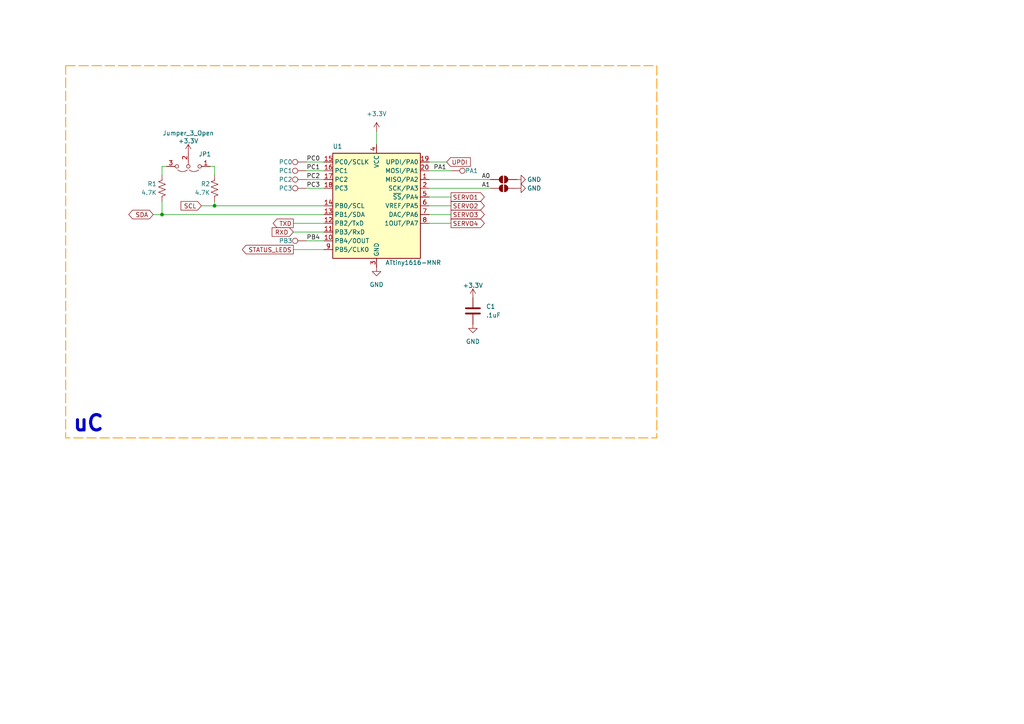
<source format=kicad_sch>
(kicad_sch (version 20250114) (generator "eeschema") (generator_version "9.0")
  (paper "A4")
  (title_block (title "Relay Module") (date "2025-03-22") (rev "1.0") (company "CRG Makes") (comment 1 "Aquarius"))
  (lib_symbols
    (symbol "CRG Makes:ATtiny1616-MNR"
      (property "Reference" "U" (at -12.7 21.59 0))
      (property "Value" "ATtiny1616-MNR" (at 2.54 -10.668 0))
      (symbol "ATtiny1616-MNR_0_1"
        (rectangle (start -12.7 20.32) (end 12.7 -10.16) (stroke (width 0.254)) (fill (type background)))
      )
      (symbol "ATtiny1616-MNR_1_1"
        (pin bidirectional line (at -15.24 17.78 0) (length 2.54) (name "PC0/SCLK") (number "15"))
        (pin bidirectional line (at -15.24 15.24 0) (length 2.54) (name "PC1") (number "16"))
        (pin bidirectional line (at -15.24 12.7 0) (length 2.54) (name "PC2") (number "17"))
        (pin bidirectional line (at -15.24 10.16 0) (length 2.54) (name "PC3") (number "18"))
        (pin bidirectional line (at -15.24 5.08 0) (length 2.54) (name "PB0/SCL") (number "14"))
        (pin bidirectional line (at -15.24 2.54 0) (length 2.54) (name "PB1/SDA") (number "13"))
        (pin bidirectional line (at -15.24 0 0) (length 2.54) (name "PB2/TxD") (number "12"))
        (pin bidirectional line (at -15.24 -2.54 0) (length 2.54) (name "PB3/RxD") (number "11"))
        (pin bidirectional line (at -15.24 -5.08 0) (length 2.54) (name "PB4/0OUT") (number "10"))
        (pin bidirectional line (at -15.24 -7.62 0) (length 2.54) (name "PB5/CLK0") (number "9"))
        (pin power_in line (at 0 22.86 270) (length 2.54) (name "VCC") (number "4"))
        (pin passive line (at 0 -12.7 90) (length 2.54) (hide yes) (name "GND") (number "21"))
        (pin power_in line (at 0 -12.7 90) (length 2.54) (name "GND") (number "3"))
        (pin bidirectional line (at 15.24 17.78 180) (length 2.54) (name "UPDI/PA0") (number "19"))
        (pin bidirectional line (at 15.24 15.24 180) (length 2.54) (name "MOSI/PA1") (number "20"))
        (pin bidirectional line (at 15.24 12.7 180) (length 2.54) (name "MISO/PA2") (number "1"))
        (pin bidirectional line (at 15.24 10.16 180) (length 2.54) (name "SCK/PA3") (number "2"))
        (pin bidirectional line (at 15.24 7.62 180) (length 2.54) (name "~{SS}/PA4") (number "5"))
        (pin bidirectional line (at 15.24 5.08 180) (length 2.54) (name "VREF/PA5") (number "6"))
        (pin bidirectional line (at 15.24 2.54 180) (length 2.54) (name "DAC/PA6") (number "7"))
        (pin bidirectional line (at 15.24 0 180) (length 2.54) (name "1OUT/PA7") (number "8"))
      )
    )
    (symbol "Connector:TestPoint" (pin_numbers (hide yes)) (pin_names (offset 0.762) (hide yes))
      (property "Reference" "TP" (at 0 6.858 0))
      (property "Value" "TestPoint" (at 0 5.08 0))
      (symbol "TestPoint_0_1"
        (circle (center 0 3.302) (radius 0.762))
      )
      (symbol "TestPoint_1_1"
        (pin passive line (at 0 0 90) (length 2.54) (name "1") (number "1"))
      )
    )
    (symbol "Device:C" (pin_numbers (hide yes)) (pin_names (offset 0.254))
      (property "Reference" "C" (at 0.635 2.54 0))
      (property "Value" "C" (at 0.635 -2.54 0))
      (symbol "C_0_1"
        (polyline (pts (xy -2.032 0.762) (xy 2.032 0.762)) (stroke (width 0.508)))
        (polyline (pts (xy -2.032 -0.762) (xy 2.032 -0.762)) (stroke (width 0.508)))
      )
      (symbol "C_1_1"
        (pin passive line (at 0 3.81 270) (length 2.794) (name "~") (number "1"))
        (pin passive line (at 0 -3.81 90) (length 2.794) (name "~") (number "2"))
      )
    )
    (symbol "Device:R_US" (pin_numbers (hide yes)) (pin_names (offset 0))
      (property "Reference" "R" (at 2.54 0 90))
      (property "Value" "R_US" (at -2.54 0 90))
      (symbol "R_US_0_1"
        (polyline (pts (xy 0 2.286) (xy 0 2.54)))
        (polyline (pts (xy 0 2.286) (xy 1.016 1.905) (xy 0 1.524) (xy -1.016 1.143) (xy 0 0.762)))
        (polyline (pts (xy 0 0.762) (xy 1.016 0.381) (xy 0 0) (xy -1.016 -0.381) (xy 0 -0.762)))
        (polyline (pts (xy 0 -0.762) (xy 1.016 -1.143) (xy 0 -1.524) (xy -1.016 -1.905) (xy 0 -2.286)))
        (polyline (pts (xy 0 -2.286) (xy 0 -2.54)))
      )
      (symbol "R_US_1_1"
        (pin passive line (at 0 3.81 270) (length 1.27) (name "~") (number "1"))
        (pin passive line (at 0 -3.81 90) (length 1.27) (name "~") (number "2"))
      )
    )
    (symbol "Jumper:Jumper_3_Open" (pin_names (offset 0) (hide yes)) (in_bom no)
      (property "Reference" "JP" (at -2.54 -2.54 0))
      (property "Value" "Jumper_3_Open" (at 0 2.794 0))
      (symbol "Jumper_3_Open_0_0"
        (circle (center -3.302 0) (radius 0.508))
        (circle (center 0 0) (radius 0.508))
        (circle (center 3.302 0) (radius 0.508))
      )
      (symbol "Jumper_3_Open_0_1"
        (arc (start -3.048 1.016) (mid -1.651 1.4992) (end -0.254 1.016))
        (polyline (pts (xy 0 -0.508) (xy 0 -1.27)))
        (arc (start 0.254 1.016) (mid 1.651 1.4992) (end 3.048 1.016))
      )
      (symbol "Jumper_3_Open_1_1"
        (pin passive line (at -6.35 0 0) (length 2.54) (name "A") (number "1"))
        (pin passive line (at 0 -3.81 90) (length 2.54) (name "C") (number "2"))
        (pin passive line (at 6.35 0 180) (length 2.54) (name "B") (number "3"))
      )
    )
    (symbol "Jumper:SolderJumper_2_Open" (pin_numbers (hide yes)) (pin_names (offset 0) (hide yes)) (in_bom no)
      (property "Reference" "JP" (at 0 2.032 0))
      (property "Value" "SolderJumper_2_Open" (at 0 -2.54 0))
      (symbol "SolderJumper_2_Open_0_1"
        (polyline (pts (xy -0.254 1.016) (xy -0.254 -1.016)))
        (arc (start -0.254 -1.016) (mid -1.2656 0) (end -0.254 1.016))
        (arc (start -0.254 -1.016) (mid -1.2656 0) (end -0.254 1.016) (fill (type outline)))
        (arc (start 0.254 1.016) (mid 1.2656 0) (end 0.254 -1.016))
        (arc (start 0.254 1.016) (mid 1.2656 0) (end 0.254 -1.016) (fill (type outline)))
        (polyline (pts (xy 0.254 1.016) (xy 0.254 -1.016)))
      )
      (symbol "SolderJumper_2_Open_1_1"
        (pin passive line (at -3.81 0 0) (length 2.54) (name "A") (number "1"))
        (pin passive line (at 3.81 0 180) (length 2.54) (name "B") (number "2"))
      )
    )
    (symbol "power:+3.3V" (power) (pin_numbers (hide yes)) (pin_names (offset 0) (hide yes))
      (property "Value" "+3.3V" (at 0 3.556 0))
      (symbol "+3.3V_0_1"
        (polyline (pts (xy -0.762 1.27) (xy 0 2.54)))
        (polyline (pts (xy 0 2.54) (xy 0.762 1.27)))
        (polyline (pts (xy 0 0) (xy 0 2.54)))
      )
      (symbol "+3.3V_1_1"
        (pin power_in line (at 0 0 90) (length 0) (name "~") (number "1"))
      )
    )
    (symbol "power:GND" (power) (pin_numbers (hide yes)) (pin_names (offset 0) (hide yes))
      (property "Value" "GND" (at 0 -3.81 0))
      (symbol "GND_0_1"
        (polyline (pts (xy 0 0) (xy 0 -1.27) (xy 1.27 -1.27) (xy 0 -2.54) (xy -1.27 -1.27) (xy 0 -1.27)))
      )
      (symbol "GND_1_1"
        (pin power_in line (at 0 0 270) (length 0) (name "~") (number "1"))
      )
    )
  )
  (rectangle (start 19.05 19.05) (end 190.5 127) (stroke (width 0.254) (type dash) (color 255 153 0 1)))
  (text "uC" (at 20.828 122.936 0) (effects (font (size 4.445 4.445) (thickness 0.889) (bold yes)) (justify left)))
  (junction (at 46.99 62.23))
  (junction (at 62.23 59.69))
  (wire (pts (xy 60.96 48.26) (xy 62.23 48.26)))
  (wire (pts (xy 130.81 57.15) (xy 124.46 57.15)))
  (wire (pts (xy 88.9 46.99) (xy 93.98 46.99)))
  (wire (pts (xy 46.99 48.26) (xy 46.99 50.8)))
  (wire (pts (xy 130.81 64.77) (xy 124.46 64.77)))
  (wire (pts (xy 62.23 59.69) (xy 93.98 59.69)))
  (wire (pts (xy 130.81 62.23) (xy 124.46 62.23)))
  (wire (pts (xy 88.9 52.07) (xy 93.98 52.07)))
  (wire (pts (xy 62.23 59.69) (xy 62.23 58.42)))
  (wire (pts (xy 124.46 46.99) (xy 129.54 46.99)))
  (wire (pts (xy 130.81 59.69) (xy 124.46 59.69)))
  (wire (pts (xy 62.23 48.26) (xy 62.23 50.8)))
  (wire (pts (xy 46.99 62.23) (xy 93.98 62.23)))
  (wire (pts (xy 44.45 62.23) (xy 46.99 62.23)))
  (wire (pts (xy 85.09 64.77) (xy 93.98 64.77)))
  (wire (pts (xy 124.46 52.07) (xy 142.24 52.07)))
  (wire (pts (xy 58.42 59.69) (xy 62.23 59.69)))
  (wire (pts (xy 88.9 54.61) (xy 93.98 54.61)))
  (wire (pts (xy 48.26 48.26) (xy 46.99 48.26)))
  (wire (pts (xy 88.9 69.85) (xy 93.98 69.85)))
  (wire (pts (xy 88.9 49.53) (xy 93.98 49.53)))
  (wire (pts (xy 46.99 58.42) (xy 46.99 62.23)))
  (wire (pts (xy 124.46 54.61) (xy 142.24 54.61)))
  (wire (pts (xy 109.22 38.1) (xy 109.22 41.91)))
  (wire (pts (xy 85.09 67.31) (xy 93.98 67.31)))
  (wire (pts (xy 85.09 72.39) (xy 93.98 72.39)))
  (wire (pts (xy 130.81 49.53) (xy 124.46 49.53)))
  (label "A0" (at 139.7 52.07 0))
  (label "PC3" (at 88.9 54.61 0))
  (label "PC2" (at 88.9 52.07 0))
  (label "PA1" (at 125.73 49.53 0))
  (label "PB4" (at 88.9 69.85 0))
  (label "A1" (at 139.7 54.61 0))
  (label "PC0" (at 88.9 46.99 0))
  (label "PC1" (at 88.9 49.53 0))
  (global_label "SERVO4" (shape output) (at 130.81 64.77 0) (property "Intersheetrefs" "${INTERSHEET_REFS}" (at 141.0523 64.77 0) (effects (justify left))))
  (global_label "RXD" (shape input) (at 85.09 67.31 180) (property "Intersheetrefs" "${INTERSHEET_REFS}" (at 78.3553 67.31 0) (effects (justify right))))
  (global_label "SERVO3" (shape output) (at 130.81 62.23 0) (property "Intersheetrefs" "${INTERSHEET_REFS}" (at 141.0523 62.23 0) (effects (justify left))))
  (global_label "SERVO1" (shape output) (at 130.81 57.15 0) (property "Intersheetrefs" "${INTERSHEET_REFS}" (at 141.0523 57.15 0) (effects (justify left))))
  (global_label "SDA" (shape bidirectional) (at 44.45 62.23 180) (property "Intersheetrefs" "${INTERSHEET_REFS}" (at 36.7854 62.23 0) (effects (justify right))))
  (global_label "STATUS_LEDS" (shape output) (at 85.09 72.39 180) (property "Intersheetrefs" "${INTERSHEET_REFS}" (at 69.7073 72.39 0) (effects (justify right))))
  (global_label "UPDI" (shape input) (at 129.54 46.99 0) (property "Intersheetrefs" "${INTERSHEET_REFS}" (at 137.0005 46.99 0) (effects (justify left))))
  (global_label "TXD" (shape output) (at 85.09 64.77 180) (property "Intersheetrefs" "${INTERSHEET_REFS}" (at 78.6577 64.77 0) (effects (justify right))))
  (global_label "SCL" (shape input) (at 58.42 59.69 180) (property "Intersheetrefs" "${INTERSHEET_REFS}" (at 51.9272 59.69 0) (effects (justify right))))
  (global_label "SERVO2" (shape output) (at 130.81 59.69 0) (property "Intersheetrefs" "${INTERSHEET_REFS}" (at 141.0523 59.69 0) (effects (justify left))))
  (symbol (lib_id "power:GND") (at 137.16 93.98 0) (unit 1)
    (property "Reference" "#PWR07" (effects (hide yes)))
    (property "Value" "GND" (at 137.16 99.06 0))
    (property "Description" "Power symbol creates a global label with name \"GND\" , ground" (effects (hide yes)))
  )
  (symbol (lib_id "Connector:TestPoint") (at 88.9 54.61 90) (unit 1)
    (property "Reference" "TP14" (effects (hide yes)))
    (property "Value" "PC3" (at 84.836 54.61 90) (effects (justify left)))
    (property "Footprint" "CRGM Mechanical:TestPoint_Pad_D1.0mm" (effects (hide yes)))
    (property "Description" "test point" (effects (hide yes)))
  )
  (symbol (lib_id "power:GND") (at 109.22 77.47 0) (unit 1)
    (property "Reference" "#PWR03" (effects (hide yes)))
    (property "Value" "GND" (at 109.22 82.55 0))
    (property "Description" "Power symbol creates a global label with name \"GND\" , ground" (effects (hide yes)))
  )
  (symbol (lib_id "Jumper:SolderJumper_2_Open") (at 146.05 54.61 0) (mirror y) (unit 1) (in_bom no)
    (property "Reference" "JP3" (effects (hide yes)))
    (property "Value" "A1" (effects (hide yes)))
    (property "Footprint" "CRGM Connector:SolderJumper-2_P1.3mm_Open_RoundedPad1.0x1.5mm" (effects (hide yes)))
    (property "Description" "Solder Jumper, 2-pole, open" (effects (hide yes)))
  )
  (symbol (lib_id "Device:R_US") (at 62.23 54.61 0) (mirror x) (unit 1)
    (property "Reference" "R2" (at 60.96 53.34 0) (effects (justify right)))
    (property "Value" "4.7K" (at 60.96 55.88 0) (effects (justify right)))
    (property "Footprint" "Resistor_SMD:R_0603_1608Metric" (effects (hide yes)))
    (property "Description" "Resistor, US symbol" (effects (hide yes)))
    (property "MPN" "FRC0603J472 TS" (effects (hide yes)))
    (property "LCSC" "C2907166" (effects (hide yes)))
    (property "MN" "FOJAN " (effects (hide yes)))
    (property "Digikey" "541-3993-2-ND" (effects (hide yes)))
    (property "Mouser" "71-CRCW06034K70JNEAC" (effects (hide yes)))
  )
  (symbol (lib_id "CRG Makes:ATtiny1616-MNR") (at 109.22 64.77 0) (unit 1)
    (property "Reference" "U1" (at 96.52 43.18 0) (effects (justify left bottom)))
    (property "Value" "ATtiny1616-MNR" (at 111.76 75.438 0) (effects (justify left top)))
    (property "Footprint" "CRG Makes:VQFN-20-1EP_3x3mm_P0.4mm_EP1.7x1.7mm_ThermalVias" (effects (hide yes)))
    (property "Datasheet" "http://ww1.microchip.com/downloads/en/DeviceDoc/ATtiny3216_ATtiny1616-data-sheet-40001997B.pdf" (effects (hide yes)))
    (property "Description" "20MHz, 16kB Flash, 2kB SRAM, 256B EEPROM, VQFN-20" (effects (hide yes)))
    (property "MN" "Microchip Tech" (effects (hide yes)))
    (property "MPN" "ATTINY1616-MNR" (effects (hide yes)))
    (property "Mouser" "556-ATTINY1616MNR" (effects (hide yes)))
    (property "Digikey" "ATTINY1616-MNRTR-ND" (effects (hide yes)))
    (property "LCSC" "C507118" (effects (hide yes)))
  )
  (symbol (lib_id "Connector:TestPoint") (at 130.81 49.53 270) (unit 1)
    (property "Reference" "TP1" (effects (hide yes)))
    (property "Value" "PA1" (at 134.874 49.53 90) (effects (justify left)))
    (property "Footprint" "CRGM Mechanical:TestPoint_Pad_D1.0mm" (effects (hide yes)))
    (property "Description" "test point" (effects (hide yes)))
  )
  (symbol (lib_id "Connector:TestPoint") (at 88.9 52.07 90) (unit 1)
    (property "Reference" "TP15" (effects (hide yes)))
    (property "Value" "PC2" (at 84.836 52.07 90) (effects (justify left)))
    (property "Footprint" "CRGM Mechanical:TestPoint_Pad_D1.0mm" (effects (hide yes)))
    (property "Description" "test point" (effects (hide yes)))
  )
  (symbol (lib_id "Connector:TestPoint") (at 88.9 49.53 90) (mirror x) (unit 1)
    (property "Reference" "TP3" (effects (hide yes)))
    (property "Value" "PC1" (at 84.836 49.53 90) (effects (justify left)))
    (property "Footprint" "CRGM Mechanical:TestPoint_Pad_D1.0mm" (effects (hide yes)))
    (property "Description" "test point" (effects (hide yes)))
  )
  (symbol (lib_id "power:+3.3V") (at 137.16 86.36 0) (unit 1)
    (property "Reference" "#PWR06" (effects (hide yes)))
    (property "Value" "+3.3V" (at 137.16 82.804 0))
    (property "Description" "Power symbol creates a global label with name \"+3.3V\"" (effects (hide yes)))
  )
  (symbol (lib_id "Jumper:Jumper_3_Open") (at 54.61 48.26 180) (unit 1) (in_bom no)
    (property "Reference" "JP1" (at 59.436 44.704 0))
    (property "Value" "Jumper_3_Open" (at 54.61 38.608 0))
    (property "Footprint" "CRGM Connector:SolderJumper-3_P1.3mm_Open_RoundedPad1.0x1.5mm" (effects (hide yes)))
    (property "Description" "Jumper, 3-pole, both open" (effects (hide yes)))
  )
  (symbol (lib_id "Device:R_US") (at 46.99 54.61 0) (mirror x) (unit 1)
    (property "Reference" "R1" (at 45.466 53.34 0) (effects (justify right)))
    (property "Value" "4.7K" (at 45.466 55.88 0) (effects (justify right)))
    (property "Footprint" "Resistor_SMD:R_0603_1608Metric" (effects (hide yes)))
    (property "Description" "Resistor, US symbol" (effects (hide yes)))
    (property "MN" "FOJAN " (effects (hide yes)))
    (property "MPN" "FRC0603J472 TS" (effects (hide yes)))
    (property "Mouser" "71-CRCW06034K70JNEAC" (effects (hide yes)))
    (property "Digikey" "541-3993-2-ND" (effects (hide yes)))
    (property "LCSC" "C2907166" (effects (hide yes)))
  )
  (symbol (lib_id "Device:C") (at 137.16 90.17 0) (unit 1)
    (property "Reference" "C1" (at 140.97 88.8999 0) (effects (justify left)))
    (property "Value" ".1uF" (at 140.97 91.4399 0) (effects (justify left)))
    (property "Footprint" "Capacitor_SMD:C_0603_1608Metric" (effects (hide yes)))
    (property "Description" "Unpolarized capacitor" (effects (hide yes)))
    (property "MN" "Samsung" (effects (hide yes)))
    (property "MPN" "CL10A105KB8NNNC" (effects (hide yes)))
    (property "LCSC" "C15849" (effects (hide yes)))
  )
  (symbol (lib_id "power:+3.3V") (at 109.22 38.1 0) (unit 1)
    (property "Reference" "#PWR01" (effects (hide yes)))
    (property "Value" "+3.3V" (at 109.22 33.02 0))
    (property "Description" "Power symbol creates a global label with name \"+3.3V\"" (effects (hide yes)))
  )
  (symbol (lib_id "power:GND") (at 149.86 54.61 90) (mirror x) (unit 1)
    (property "Reference" "#PWR05" (effects (hide yes)))
    (property "Value" "GND" (at 154.94 54.61 90))
    (property "Description" "Power symbol creates a global label with name \"GND\" , ground" (effects (hide yes)))
  )
  (symbol (lib_id "Jumper:SolderJumper_2_Open") (at 146.05 52.07 0) (mirror y) (unit 1) (in_bom no)
    (property "Reference" "JP2" (effects (hide yes)))
    (property "Value" "A0" (effects (hide yes)))
    (property "Footprint" "CRGM Connector:SolderJumper-2_P1.3mm_Open_RoundedPad1.0x1.5mm" (effects (hide yes)))
    (property "Description" "Solder Jumper, 2-pole, open" (effects (hide yes)))
  )
  (symbol (lib_id "power:GND") (at 149.86 52.07 90) (mirror x) (unit 1)
    (property "Reference" "#PWR04" (effects (hide yes)))
    (property "Value" "GND" (at 154.94 52.07 90))
    (property "Description" "Power symbol creates a global label with name \"GND\" , ground" (effects (hide yes)))
  )
  (symbol (lib_id "Connector:TestPoint") (at 88.9 46.99 90) (mirror x) (unit 1)
    (property "Reference" "TP2" (effects (hide yes)))
    (property "Value" "PC0" (at 84.836 46.99 90) (effects (justify left)))
    (property "Footprint" "CRGM Mechanical:TestPoint_Pad_D1.0mm" (effects (hide yes)))
    (property "Description" "test point" (effects (hide yes)))
  )
  (symbol (lib_id "power:+3.3V") (at 54.61 44.45 0) (mirror y) (unit 1)
    (property "Reference" "#PWR02" (effects (hide yes)))
    (property "Value" "+3.3V" (at 54.61 40.894 0))
    (property "Description" "Power symbol creates a global label with name \"+3.3V\"" (effects (hide yes)))
  )
  (symbol (lib_id "Connector:TestPoint") (at 88.9 69.85 90) (unit 1)
    (property "Reference" "TP13" (effects (hide yes)))
    (property "Value" "PB3" (at 84.836 69.85 90) (effects (justify left)))
    (property "Footprint" "CRGM Mechanical:TestPoint_Pad_D1.0mm" (effects (hide yes)))
    (property "Description" "test point" (effects (hide yes)))
  )
)
</source>
